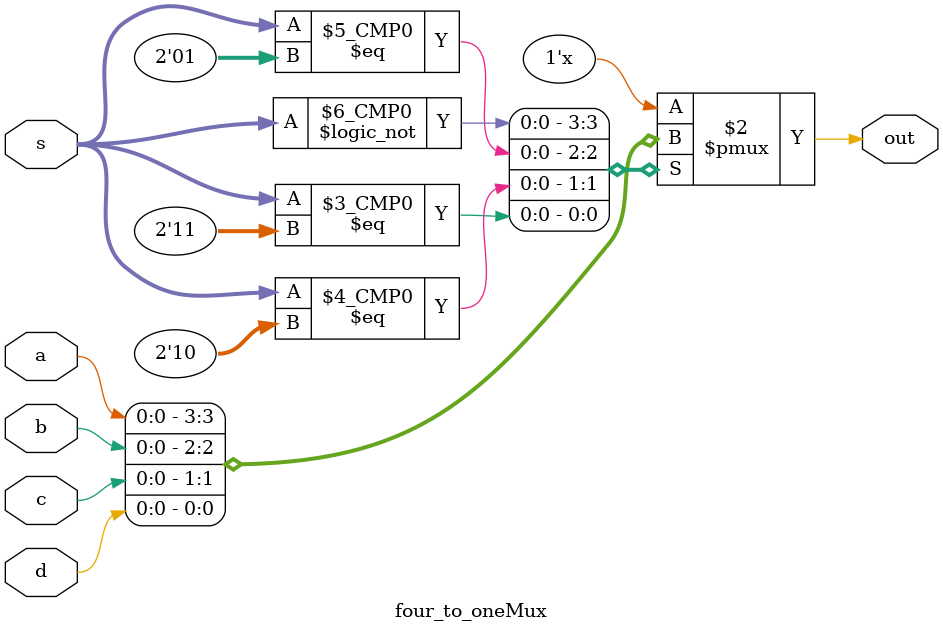
<source format=sv>
`timescale 1ns / 1ps


module four_to_oneMux(
    input logic a,
    input logic b,
    input logic c,
    input logic d,
    input logic [1:0]s,
    output logic out
    );
    
    
    always@(*)begin
        case(s)
            2'b00: out=a;
            2'b01: out=b;
            2'b10: out=c;
            2'b11: out=d;
        endcase
    end
    
endmodule

</source>
